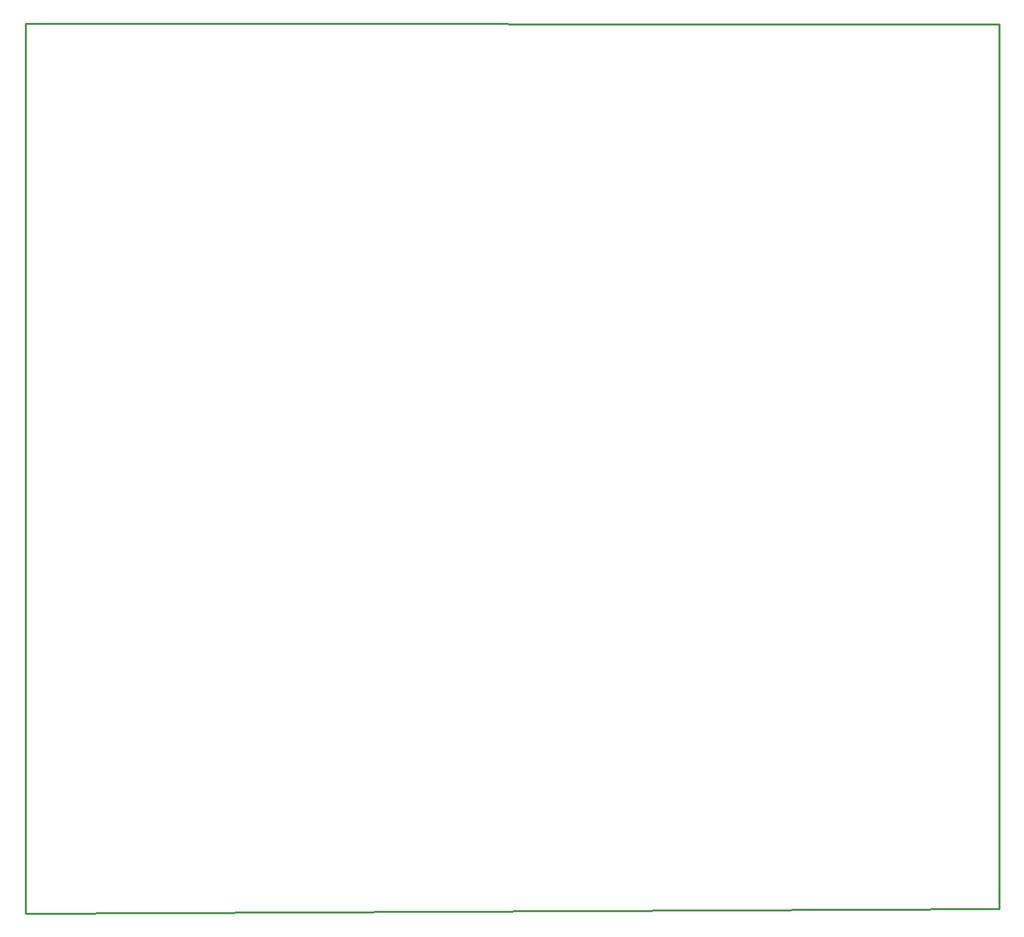
<source format=gko>
G04 Layer: BoardOutlineLayer*
G04 EasyEDA v6.5.22, 2022-11-10 13:02:32*
G04 01bc966966e84c7b8353b39a3c1ed1af,4d8ab2db40884aeb91e54047068f32cb,10*
G04 Gerber Generator version 0.2*
G04 Scale: 100 percent, Rotated: No, Reflected: No *
G04 Dimensions in inches *
G04 leading zeros omitted , absolute positions ,3 integer and 6 decimal *
%FSLAX36Y36*%
%MOIN*%

%ADD10C,0.0100*%
D10*
X275000Y2095000D02*
G01*
X5105000Y2090000D01*
X5105000Y-2300000D01*
X275590Y-2322829D01*
X275000Y2095000D01*

%LPD*%
M02*

</source>
